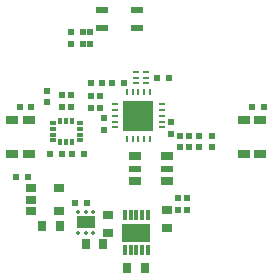
<source format=gtp>
%FSTAX43Y43*%
%MOMM*%
%SFA1B1*%

%IPPOS*%
%ADD10R,0.599999X0.499999*%
%ADD11R,0.499999X0.599999*%
%ADD12O,0.200000X0.649999*%
%ADD13O,0.649999X0.200000*%
%ADD14R,2.599995X2.599995*%
%ADD15R,0.899998X0.649999*%
%ADD16R,1.599997X0.999998*%
%ADD17O,0.299999X0.499999*%
%ADD18R,2.379995X1.649997*%
%ADD19R,0.299999X0.849998*%
%ADD20R,0.349999X0.599999*%
%ADD21R,0.599999X0.349999*%
%ADD25R,0.999998X0.799998*%
%ADD26R,1.049998X0.799998*%
%ADD27R,1.049998X0.599999*%
%ADD28R,0.699999X0.899998*%
%ADD29R,0.899998X0.699999*%
%ADD30R,0.549999X0.250000*%
%ADD31R,0.999998X0.599999*%
%LNzooidpcb-1*%
%LPD*%
G54D10*
X-0005499Y0008824D03*
X-0004499D03*
X-0005499Y0007849D03*
X-0004499D03*
X-0003874Y0004499D03*
X-0002874D03*
X-0009199Y-0003449D03*
X-0010199D03*
X-0005179Y-0005609D03*
X-0004179D03*
X-0008899Y0002479D03*
X-0009899D03*
X0009789Y0002489D03*
X0010789D03*
X0002719Y0004999D03*
X0001719D03*
X-0001049Y0004499D03*
X-0002049D03*
X-0005439Y-0001509D03*
X-0004439D03*
X-0006334D03*
X-0007334D03*
G54D11*
X-0003949Y0008849D03*
Y0007849D03*
X-0006279Y0002539D03*
Y0003539D03*
X-0005529D03*
Y0002539D03*
X-0007599Y0002899D03*
Y0003899D03*
X0003519Y-0005179D03*
Y-0006179D03*
X0006419Y-0000909D03*
Y0000089D03*
X0003724D03*
Y-0000909D03*
X0004488Y0000089D03*
Y-0000909D03*
X0005259Y0000089D03*
Y-0000909D03*
X0004269Y-0006179D03*
Y-0005179D03*
X-0002769Y0000549D03*
Y0001549D03*
X-0003809Y0003399D03*
Y0002399D03*
X-0003059Y0003399D03*
Y0002399D03*
X0002949Y0001219D03*
Y0000219D03*
G54D12*
X-0000824Y-0000199D03*
X-0000324D03*
X0000174D03*
X0000674D03*
X0001174D03*
Y0003749D03*
X0000674D03*
X0000174D03*
X-0000324D03*
X-0000824D03*
G54D13*
X0002149Y0000774D03*
Y0001274D03*
Y0001774D03*
Y0002274D03*
Y0002774D03*
X-0001799D03*
Y0002274D03*
Y0001774D03*
Y0001274D03*
Y0000774D03*
G54D14*
X0000174Y0001774D03*
G54D15*
X-0006519Y-0004379D03*
Y-0006279D03*
X-0008919D03*
Y-0005329D03*
Y-0004379D03*
G54D16*
X-0004299Y-0007264D03*
G54D17*
X-0003649Y-0008164D03*
X-0004299D03*
X-0004949D03*
Y-0006364D03*
X-0004299D03*
X-0003649D03*
G54D18*
X0Y-0008149D03*
G54D19*
X0000999Y-0009624D03*
X0000499D03*
X0D03*
X-0000499D03*
X-0000999D03*
Y-0006674D03*
X-0000499D03*
X0D03*
X0000499D03*
X0000999D03*
G54D20*
X-0006444Y-0000474D03*
X-0005944D03*
X-0005444D03*
Y0001324D03*
X-0005944D03*
X-0006444D03*
G54D21*
X-0004794Y-0000324D03*
Y0000174D03*
Y0000674D03*
Y0001174D03*
X-0007094D03*
Y0000674D03*
Y0000174D03*
Y-0000324D03*
G54D25*
X-0009099Y0001449D03*
Y-0001449D03*
X-0010499D03*
Y0001449D03*
X0010499D03*
Y-0001449D03*
X0009099D03*
Y0001449D03*
G54D26*
X-0000084Y-0001679D03*
Y-0003779D03*
X0002564Y-0001679D03*
Y-0003779D03*
G54D27*
X-0000084Y-0002729D03*
X0002564D03*
G54D28*
X-0000774Y-0011124D03*
X0000724D03*
X-0007994Y-0007609D03*
X-0006494D03*
X-0002799Y-0009124D03*
X-0004299D03*
G54D29*
X0002569Y-0007699D03*
Y-0006199D03*
X-0002439Y-0008129D03*
Y-0006629D03*
G54D30*
X0000849Y0004499D03*
Y0004999D03*
Y0005499D03*
X0D03*
Y0004999D03*
Y0004499D03*
G54D31*
X0000074Y0010699D03*
Y0009199D03*
X-0002924D03*
Y0010699D03*
M02*
</source>
